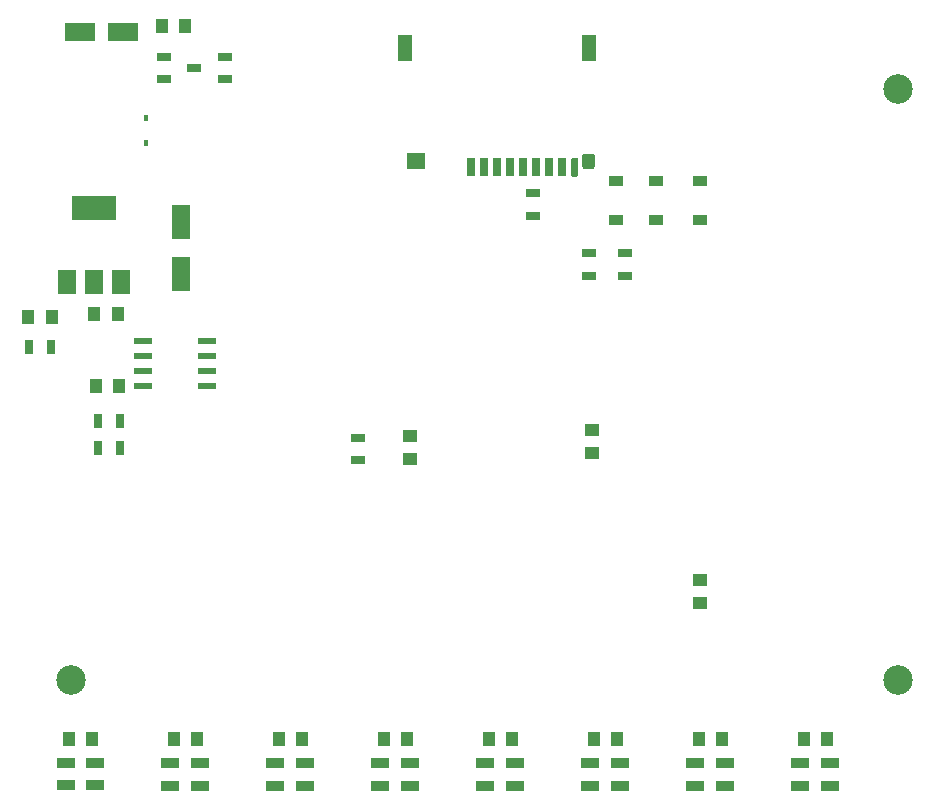
<source format=gtp>
%TF.GenerationSoftware,KiCad,Pcbnew,(5.0-dev-4122-gf60c251)*%
%TF.CreationDate,2018-06-11T17:10:56+01:00*%
%TF.ProjectId,ThermocoupleLogger,546865726D6F636F75706C654C6F6767,ca9ed02408*%
%TF.SameCoordinates,Original*%
%TF.FileFunction,Paste,Top*%
%TF.FilePolarity,Positive*%
%FSLAX46Y46*%
G04 Gerber Fmt 4.6, Leading zero omitted, Abs format (unit mm)*
G04 Created by KiCad (PCBNEW (5.0-dev-4122-gf60c251)) date Monday, 11 June 2018 at 17:10:56*
%MOMM*%
%LPD*%
G01*
G04 APERTURE LIST*
%ADD10C,2.500000*%
%ADD11R,2.600000X1.600000*%
%ADD12R,1.500000X0.970000*%
%ADD13R,1.200000X2.200000*%
%ADD14R,1.600000X1.400000*%
%ADD15C,0.100000*%
%ADD16C,1.100000*%
%ADD17C,0.600000*%
%ADD18R,0.700000X1.600000*%
%ADD19R,1.550000X0.600000*%
%ADD20R,0.700000X1.300000*%
%ADD21R,1.200000X0.900000*%
%ADD22R,1.500000X2.000000*%
%ADD23R,3.800000X2.000000*%
%ADD24R,1.000000X1.250000*%
%ADD25R,1.220000X0.650000*%
%ADD26R,1.250000X1.000000*%
%ADD27R,1.600000X3.000000*%
%ADD28R,1.300000X0.700000*%
%ADD29R,0.450000X0.600000*%
G04 APERTURE END LIST*
D10*
X174846000Y-131026000D03*
D11*
X109242000Y-76200000D03*
X105642000Y-76200000D03*
D10*
X174846000Y-81026000D03*
D12*
X142494000Y-138110000D03*
X142494000Y-140020000D03*
X157734000Y-140020000D03*
X157734000Y-138110000D03*
X106934000Y-138059200D03*
X106934000Y-139969200D03*
X104444800Y-139969200D03*
X104444800Y-138059200D03*
X113284000Y-140020000D03*
X113284000Y-138110000D03*
X122174000Y-140020000D03*
X122174000Y-138110000D03*
X131064000Y-140020000D03*
X131064000Y-138110000D03*
X139954000Y-140020000D03*
X139954000Y-138110000D03*
X148844000Y-140020000D03*
X148844000Y-138110000D03*
X166624000Y-140020000D03*
X166624000Y-138110000D03*
X115824000Y-138110000D03*
X115824000Y-140020000D03*
X124714000Y-138110000D03*
X124714000Y-140020000D03*
X133604000Y-138110000D03*
X133604000Y-140020000D03*
X151384000Y-138110000D03*
X151384000Y-140020000D03*
X160274000Y-138110000D03*
X160274000Y-140020000D03*
X169164000Y-138110000D03*
X169164000Y-140020000D03*
D13*
X133177000Y-77530000D03*
X148677000Y-77530000D03*
D14*
X134077000Y-87130000D03*
D15*
G36*
X148978955Y-86481324D02*
X149005650Y-86485284D01*
X149031828Y-86491841D01*
X149057238Y-86500933D01*
X149081634Y-86512472D01*
X149104782Y-86526346D01*
X149126458Y-86542422D01*
X149146454Y-86560546D01*
X149164578Y-86580542D01*
X149180654Y-86602218D01*
X149194528Y-86625366D01*
X149206067Y-86649762D01*
X149215159Y-86675172D01*
X149221716Y-86701350D01*
X149225676Y-86728045D01*
X149227000Y-86755000D01*
X149227000Y-87505000D01*
X149225676Y-87531955D01*
X149221716Y-87558650D01*
X149215159Y-87584828D01*
X149206067Y-87610238D01*
X149194528Y-87634634D01*
X149180654Y-87657782D01*
X149164578Y-87679458D01*
X149146454Y-87699454D01*
X149126458Y-87717578D01*
X149104782Y-87733654D01*
X149081634Y-87747528D01*
X149057238Y-87759067D01*
X149031828Y-87768159D01*
X149005650Y-87774716D01*
X148978955Y-87778676D01*
X148952000Y-87780000D01*
X148402000Y-87780000D01*
X148375045Y-87778676D01*
X148348350Y-87774716D01*
X148322172Y-87768159D01*
X148296762Y-87759067D01*
X148272366Y-87747528D01*
X148249218Y-87733654D01*
X148227542Y-87717578D01*
X148207546Y-87699454D01*
X148189422Y-87679458D01*
X148173346Y-87657782D01*
X148159472Y-87634634D01*
X148147933Y-87610238D01*
X148138841Y-87584828D01*
X148132284Y-87558650D01*
X148128324Y-87531955D01*
X148127000Y-87505000D01*
X148127000Y-86755000D01*
X148128324Y-86728045D01*
X148132284Y-86701350D01*
X148138841Y-86675172D01*
X148147933Y-86649762D01*
X148159472Y-86625366D01*
X148173346Y-86602218D01*
X148189422Y-86580542D01*
X148207546Y-86560546D01*
X148227542Y-86542422D01*
X148249218Y-86526346D01*
X148272366Y-86512472D01*
X148296762Y-86500933D01*
X148322172Y-86491841D01*
X148348350Y-86485284D01*
X148375045Y-86481324D01*
X148402000Y-86480000D01*
X148952000Y-86480000D01*
X148978955Y-86481324D01*
X148978955Y-86481324D01*
G37*
D16*
X148677000Y-87130000D03*
D15*
G36*
X147691703Y-86830722D02*
X147706264Y-86832882D01*
X147720543Y-86836459D01*
X147734403Y-86841418D01*
X147747710Y-86847712D01*
X147760336Y-86855280D01*
X147772159Y-86864048D01*
X147783066Y-86873934D01*
X147792952Y-86884841D01*
X147801720Y-86896664D01*
X147809288Y-86909290D01*
X147815582Y-86922597D01*
X147820541Y-86936457D01*
X147824118Y-86950736D01*
X147826278Y-86965297D01*
X147827000Y-86980000D01*
X147827000Y-88280000D01*
X147826278Y-88294703D01*
X147824118Y-88309264D01*
X147820541Y-88323543D01*
X147815582Y-88337403D01*
X147809288Y-88350710D01*
X147801720Y-88363336D01*
X147792952Y-88375159D01*
X147783066Y-88386066D01*
X147772159Y-88395952D01*
X147760336Y-88404720D01*
X147747710Y-88412288D01*
X147734403Y-88418582D01*
X147720543Y-88423541D01*
X147706264Y-88427118D01*
X147691703Y-88429278D01*
X147677000Y-88430000D01*
X147377000Y-88430000D01*
X147362297Y-88429278D01*
X147347736Y-88427118D01*
X147333457Y-88423541D01*
X147319597Y-88418582D01*
X147306290Y-88412288D01*
X147293664Y-88404720D01*
X147281841Y-88395952D01*
X147270934Y-88386066D01*
X147261048Y-88375159D01*
X147252280Y-88363336D01*
X147244712Y-88350710D01*
X147238418Y-88337403D01*
X147233459Y-88323543D01*
X147229882Y-88309264D01*
X147227722Y-88294703D01*
X147227000Y-88280000D01*
X147227000Y-86980000D01*
X147227722Y-86965297D01*
X147229882Y-86950736D01*
X147233459Y-86936457D01*
X147238418Y-86922597D01*
X147244712Y-86909290D01*
X147252280Y-86896664D01*
X147261048Y-86884841D01*
X147270934Y-86873934D01*
X147281841Y-86864048D01*
X147293664Y-86855280D01*
X147306290Y-86847712D01*
X147319597Y-86841418D01*
X147333457Y-86836459D01*
X147347736Y-86832882D01*
X147362297Y-86830722D01*
X147377000Y-86830000D01*
X147677000Y-86830000D01*
X147691703Y-86830722D01*
X147691703Y-86830722D01*
G37*
D17*
X147527000Y-87630000D03*
D18*
X145327000Y-87630000D03*
X146427000Y-87630000D03*
X144227000Y-87630000D03*
X143127000Y-87630000D03*
X142027000Y-87630000D03*
X138727000Y-87630000D03*
X139827000Y-87630000D03*
X140927000Y-87630000D03*
D19*
X116365000Y-102362000D03*
X116365000Y-103632000D03*
X116365000Y-104902000D03*
X116365000Y-106172000D03*
X110965000Y-106172000D03*
X110965000Y-104902000D03*
X110965000Y-103632000D03*
X110965000Y-102362000D03*
D20*
X109027000Y-111379000D03*
X107127000Y-111379000D03*
D21*
X158115000Y-92074000D03*
X158115000Y-88774000D03*
D22*
X104507000Y-97384000D03*
X109107000Y-97384000D03*
X106807000Y-97384000D03*
D23*
X106807000Y-91084000D03*
D24*
X106664000Y-136017000D03*
X104664000Y-136017000D03*
X149114000Y-136017000D03*
X151114000Y-136017000D03*
X142224000Y-136017000D03*
X140224000Y-136017000D03*
X113554000Y-136017000D03*
X115554000Y-136017000D03*
X124444000Y-136017000D03*
X122444000Y-136017000D03*
X131334000Y-136017000D03*
X133334000Y-136017000D03*
X160004000Y-136017000D03*
X158004000Y-136017000D03*
X166894000Y-136017000D03*
X168894000Y-136017000D03*
D25*
X115276000Y-79248000D03*
X117896000Y-78298000D03*
X117896000Y-80198000D03*
D24*
X112538000Y-75692000D03*
X114538000Y-75692000D03*
D26*
X148971000Y-109871000D03*
X148971000Y-111871000D03*
D27*
X114173000Y-96688000D03*
X114173000Y-92288000D03*
D20*
X107127000Y-109156500D03*
X109027000Y-109156500D03*
D24*
X106950000Y-106172000D03*
X108950000Y-106172000D03*
X108823000Y-100076000D03*
X106823000Y-100076000D03*
D26*
X158115000Y-122571000D03*
X158115000Y-124571000D03*
D28*
X129159000Y-110556000D03*
X129159000Y-112456000D03*
D24*
X101235000Y-100330000D03*
X103235000Y-100330000D03*
D28*
X112776000Y-80198000D03*
X112776000Y-78298000D03*
D26*
X133604000Y-112379000D03*
X133604000Y-110379000D03*
D28*
X148717000Y-96835000D03*
X148717000Y-94935000D03*
X144018000Y-91755000D03*
X144018000Y-89855000D03*
X151765000Y-94935000D03*
X151765000Y-96835000D03*
D20*
X101285000Y-102870000D03*
X103185000Y-102870000D03*
D21*
X154432000Y-88774000D03*
X154432000Y-92074000D03*
X150977600Y-88774000D03*
X150977600Y-92074000D03*
D29*
X111252000Y-83452000D03*
X111252000Y-85552000D03*
D10*
X104846000Y-131026000D03*
M02*

</source>
